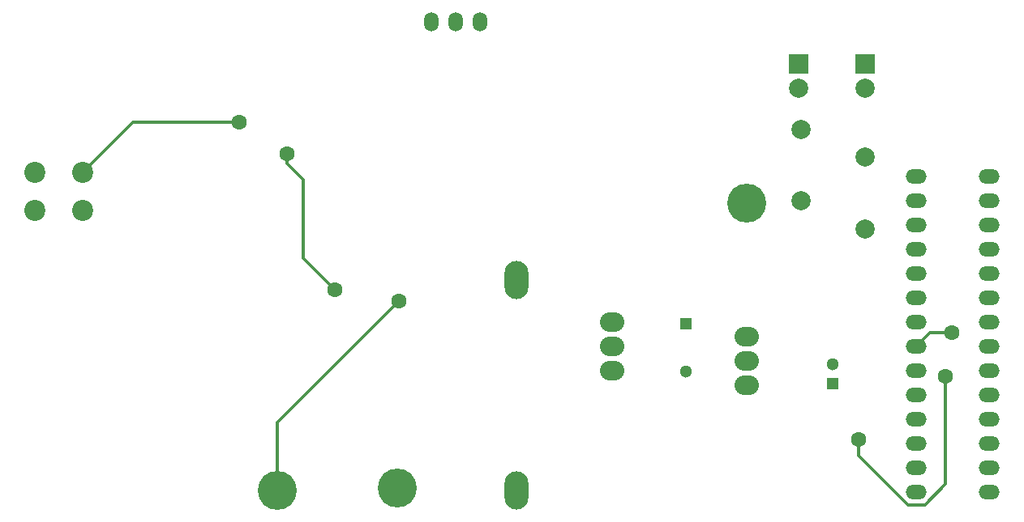
<source format=gbr>
G04 #@! TF.FileFunction,Copper,L2,Bot,Signal*
%FSLAX46Y46*%
G04 Gerber Fmt 4.6, Leading zero omitted, Abs format (unit mm)*
G04 Created by KiCad (PCBNEW (2015-07-20 BZR 5967)-product) date 2015/07/23 18:22:03*
%MOMM*%
G01*
G04 APERTURE LIST*
%ADD10C,0.100000*%
%ADD11R,1.300000X1.300000*%
%ADD12C,1.300000*%
%ADD13R,2.000000X2.000000*%
%ADD14C,2.000000*%
%ADD15O,2.499360X4.000500*%
%ADD16C,2.200000*%
%ADD17C,4.064000*%
%ADD18O,1.501140X1.998980*%
%ADD19C,1.998980*%
%ADD20O,2.540000X2.032000*%
%ADD21O,2.199640X1.501140*%
%ADD22C,1.600000*%
%ADD23C,0.380000*%
G04 APERTURE END LIST*
D10*
D11*
X173700000Y-77600000D03*
D12*
X173700000Y-82600000D03*
D11*
X189020000Y-83850000D03*
D12*
X189020000Y-81850000D03*
D13*
X185435000Y-50400000D03*
D14*
X185435000Y-52940000D03*
D13*
X192420000Y-50400000D03*
D14*
X192420000Y-52940000D03*
D15*
X156000000Y-72999260D03*
X156000000Y-95000740D03*
D16*
X110697216Y-61719634D03*
X110697216Y-65719634D03*
X105697216Y-65719634D03*
X105697216Y-61719634D03*
D17*
X131000000Y-95000000D03*
X143500000Y-94800000D03*
D18*
X147060000Y-46000000D03*
X149600000Y-46000000D03*
X152140000Y-46000000D03*
D19*
X192420000Y-67660000D03*
X192420000Y-60160000D03*
X185700000Y-64750000D03*
X185700000Y-57250000D03*
D20*
X180000000Y-81460000D03*
X180000000Y-84000000D03*
X180000000Y-78920000D03*
D21*
X205365000Y-95205000D03*
X205365000Y-92665000D03*
X205365000Y-90125000D03*
X205365000Y-87585000D03*
X205365000Y-85045000D03*
X205365000Y-82505000D03*
X205365000Y-79965000D03*
X205365000Y-77425000D03*
X205365000Y-74885000D03*
X205365000Y-72345000D03*
X205365000Y-69805000D03*
X205365000Y-67265000D03*
X205365000Y-64725000D03*
X205365000Y-62185000D03*
X197745000Y-62185000D03*
X197745000Y-64725000D03*
X197745000Y-67265000D03*
X197745000Y-69805000D03*
X197745000Y-72345000D03*
X197745000Y-74885000D03*
X197745000Y-77425000D03*
X197745000Y-79965000D03*
X197745000Y-82505000D03*
X197745000Y-85045000D03*
X197745000Y-87585000D03*
X197745000Y-90125000D03*
X197745000Y-92665000D03*
X197745000Y-95205000D03*
D20*
X166000000Y-80000000D03*
X166000000Y-77460000D03*
X166000000Y-82540000D03*
D17*
X180000000Y-65000000D03*
D22*
X127000000Y-56500000D03*
X143700000Y-75200000D03*
X201420000Y-78520000D03*
X191740000Y-89670000D03*
X200780000Y-83070000D03*
X136997582Y-74000000D03*
X131997216Y-59819634D03*
D23*
X143700000Y-75200000D02*
X131000000Y-87900000D01*
X131000000Y-87900000D02*
X131000000Y-95000000D01*
X201420000Y-78520000D02*
X199190000Y-78520000D01*
X199190000Y-78520000D02*
X197745000Y-79965000D01*
X127011216Y-56505634D02*
X115911216Y-56505634D01*
X115911216Y-56505634D02*
X110697216Y-61719634D01*
X198094250Y-79965000D02*
X197745000Y-79965000D01*
X191740000Y-91416832D02*
X191740000Y-89670000D01*
X200780000Y-83070000D02*
X200780000Y-94386832D01*
X198641252Y-96525580D02*
X196848748Y-96525580D01*
X200780000Y-94386832D02*
X198641252Y-96525580D01*
X196848748Y-96525580D02*
X191740000Y-91416832D01*
X133697216Y-62551004D02*
X133697216Y-70699634D01*
X133697216Y-70699634D02*
X136997582Y-74000000D01*
X131997216Y-59719634D02*
X131997216Y-60851004D01*
X131997216Y-60851004D02*
X133697216Y-62551004D01*
M02*

</source>
